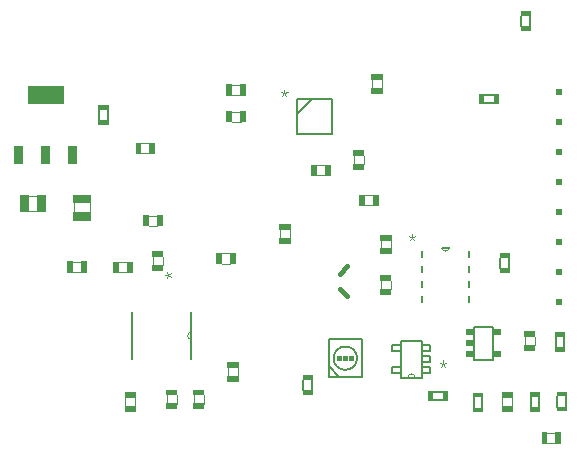
<source format=gbr>
G04 #@! TF.FileFunction,Drawing*
%FSLAX46Y46*%
G04 Gerber Fmt 4.6, Leading zero omitted, Abs format (unit mm)*
G04 Created by KiCad (PCBNEW 4.0.0-rc2-stable) date 5/23/2016 2:13:21 PM*
%MOMM*%
G01*
G04 APERTURE LIST*
%ADD10C,0.100000*%
%ADD11C,0.152400*%
%ADD12C,0.101600*%
%ADD13C,0.406400*%
%ADD14C,0.127000*%
%ADD15C,0.203200*%
%ADD16C,0.076200*%
G04 APERTURE END LIST*
D10*
D11*
X148482500Y-90915000D02*
X149752500Y-89645000D01*
X150641500Y-89645000D02*
X150336700Y-89645000D01*
X150133500Y-89645000D02*
X149828700Y-89645000D01*
X149625500Y-89645000D02*
X149320700Y-89645000D01*
X148482500Y-90000600D02*
X148482500Y-90305400D01*
X148482500Y-90483200D02*
X148482500Y-90788000D01*
X148482500Y-90991200D02*
X148482500Y-91296000D01*
X148482500Y-91499200D02*
X148482500Y-91804000D01*
X148482500Y-91981800D02*
X148482500Y-92286600D01*
X149320700Y-92642200D02*
X149625500Y-92642200D01*
X149828700Y-92642200D02*
X150133500Y-92642200D01*
X150336700Y-92642200D02*
X150641500Y-92642200D01*
X151479700Y-92286600D02*
X151479700Y-91981800D01*
X151479700Y-91804000D02*
X151479700Y-91499200D01*
X151479700Y-91296000D02*
X151479700Y-90991200D01*
X151479700Y-90788000D02*
X151479700Y-90483200D01*
X151479700Y-90305400D02*
X151479700Y-90000600D01*
X148482500Y-92642200D02*
X151479700Y-92642200D01*
X151479700Y-92642200D02*
X151479700Y-89645000D01*
X151479700Y-89645000D02*
X148482500Y-89645000D01*
X148482500Y-89645000D02*
X148482500Y-92642200D01*
D12*
X154839100Y-88739600D02*
X154839100Y-88027600D01*
X155690100Y-88739600D02*
X155690100Y-88027600D01*
D10*
G36*
X155741000Y-89221800D02*
X155741000Y-88721700D01*
X154791000Y-88721700D01*
X154791000Y-89221800D01*
X155741000Y-89221800D01*
G37*
G36*
X155741000Y-88053400D02*
X155741000Y-87553300D01*
X154791000Y-87553300D01*
X154791000Y-88053400D01*
X155741000Y-88053400D01*
G37*
D12*
X150847100Y-96145600D02*
X150135100Y-96145600D01*
X150847100Y-95294600D02*
X150135100Y-95294600D01*
D10*
G36*
X151329300Y-95243700D02*
X150829200Y-95243700D01*
X150829200Y-96193700D01*
X151329300Y-96193700D01*
X151329300Y-95243700D01*
G37*
G36*
X150160900Y-95243700D02*
X149660800Y-95243700D01*
X149660800Y-96193700D01*
X150160900Y-96193700D01*
X150160900Y-95243700D01*
G37*
D12*
X142995100Y-90741600D02*
X143707100Y-90741600D01*
X142995100Y-91592600D02*
X143707100Y-91592600D01*
D10*
G36*
X142512900Y-91643500D02*
X143013000Y-91643500D01*
X143013000Y-90693500D01*
X142512900Y-90693500D01*
X142512900Y-91643500D01*
G37*
G36*
X143681300Y-91643500D02*
X144181400Y-91643500D01*
X144181400Y-90693500D01*
X143681300Y-90693500D01*
X143681300Y-91643500D01*
G37*
D12*
X142995100Y-88501600D02*
X143707100Y-88501600D01*
X142995100Y-89352600D02*
X143707100Y-89352600D01*
D10*
G36*
X142512900Y-89403500D02*
X143013000Y-89403500D01*
X143013000Y-88453500D01*
X142512900Y-88453500D01*
X142512900Y-89403500D01*
G37*
G36*
X143681300Y-89403500D02*
X144181400Y-89403500D01*
X144181400Y-88453500D01*
X143681300Y-88453500D01*
X143681300Y-89403500D01*
G37*
D12*
X153279100Y-95199600D02*
X153279100Y-94487600D01*
X154130100Y-95199600D02*
X154130100Y-94487600D01*
D10*
G36*
X154181000Y-95681800D02*
X154181000Y-95181700D01*
X153231000Y-95181700D01*
X153231000Y-95681800D01*
X154181000Y-95681800D01*
G37*
G36*
X154181000Y-94513400D02*
X154181000Y-94013300D01*
X153231000Y-94013300D01*
X153231000Y-94513400D01*
X154181000Y-94513400D01*
G37*
D12*
X135925100Y-99571600D02*
X136637100Y-99571600D01*
X135925100Y-100422600D02*
X136637100Y-100422600D01*
D10*
G36*
X135442900Y-100473500D02*
X135943000Y-100473500D01*
X135943000Y-99523500D01*
X135442900Y-99523500D01*
X135442900Y-100473500D01*
G37*
G36*
X136611300Y-100473500D02*
X137111400Y-100473500D01*
X137111400Y-99523500D01*
X136611300Y-99523500D01*
X136611300Y-100473500D01*
G37*
D12*
X147039100Y-101459600D02*
X147039100Y-100747600D01*
X147890100Y-101459600D02*
X147890100Y-100747600D01*
D10*
G36*
X147941000Y-101941800D02*
X147941000Y-101441700D01*
X146991000Y-101441700D01*
X146991000Y-101941800D01*
X147941000Y-101941800D01*
G37*
G36*
X147941000Y-100773400D02*
X147941000Y-100273300D01*
X146991000Y-100273300D01*
X146991000Y-100773400D01*
X147941000Y-100773400D01*
G37*
D12*
X142115100Y-102761600D02*
X142827100Y-102761600D01*
X142115100Y-103612600D02*
X142827100Y-103612600D01*
D10*
G36*
X141632900Y-103663500D02*
X142133000Y-103663500D01*
X142133000Y-102713500D01*
X141632900Y-102713500D01*
X141632900Y-103663500D01*
G37*
G36*
X142801300Y-103663500D02*
X143301400Y-103663500D01*
X143301400Y-102713500D01*
X142801300Y-102713500D01*
X142801300Y-103663500D01*
G37*
D11*
X159064500Y-103092600D02*
X159064500Y-102584600D01*
X159064500Y-104362600D02*
X159064500Y-103854600D01*
X159064500Y-105632600D02*
X159064500Y-105124600D01*
X159064500Y-106902600D02*
X159064500Y-106394600D01*
X163077700Y-106394600D02*
X163077700Y-106902600D01*
X163077700Y-105124600D02*
X163077700Y-105632600D01*
X163077700Y-103854600D02*
X163077700Y-104362600D01*
X163077700Y-102584600D02*
X163077700Y-103092600D01*
X161375900Y-102254400D02*
X160766300Y-102254400D01*
D10*
X160766300Y-102254400D02*
G75*
G03X161375900Y-102254400I304800J0D01*
G01*
D11*
X166427100Y-103995600D02*
X166427100Y-103131600D01*
X165715100Y-103131600D02*
X165715100Y-103995600D01*
D10*
G36*
X166502900Y-103131800D02*
X166502900Y-102725400D01*
X165639300Y-102725400D01*
X165639300Y-103131800D01*
X166502900Y-103131800D01*
G37*
G36*
X166502900Y-104401800D02*
X166502900Y-103995400D01*
X165639300Y-103995400D01*
X165639300Y-104401800D01*
X166502900Y-104401800D01*
G37*
D13*
X152126100Y-104468600D02*
X152761100Y-103833600D01*
X152126100Y-105738600D02*
X152761100Y-106373600D01*
D12*
X156443100Y-101647600D02*
X156443100Y-102359600D01*
X155592100Y-101647600D02*
X155592100Y-102359600D01*
D10*
G36*
X155541200Y-101165400D02*
X155541200Y-101665500D01*
X156491200Y-101665500D01*
X156491200Y-101165400D01*
X155541200Y-101165400D01*
G37*
G36*
X155541200Y-102333800D02*
X155541200Y-102833900D01*
X156491200Y-102833900D01*
X156491200Y-102333800D01*
X155541200Y-102333800D01*
G37*
D12*
X155579100Y-105809600D02*
X155579100Y-105097600D01*
X156430100Y-105809600D02*
X156430100Y-105097600D01*
D10*
G36*
X156481000Y-106291800D02*
X156481000Y-105791700D01*
X155531000Y-105791700D01*
X155531000Y-106291800D01*
X156481000Y-106291800D01*
G37*
G36*
X156481000Y-105123400D02*
X156481000Y-104623300D01*
X155531000Y-104623300D01*
X155531000Y-105123400D01*
X156481000Y-105123400D01*
G37*
D12*
X154205100Y-97821600D02*
X154917100Y-97821600D01*
X154205100Y-98672600D02*
X154917100Y-98672600D01*
D10*
G36*
X153722900Y-98723500D02*
X154223000Y-98723500D01*
X154223000Y-97773500D01*
X153722900Y-97773500D01*
X153722900Y-98723500D01*
G37*
G36*
X154891300Y-98723500D02*
X155391400Y-98723500D01*
X155391400Y-97773500D01*
X154891300Y-97773500D01*
X154891300Y-98723500D01*
G37*
G36*
X125707100Y-90145600D02*
X128755100Y-90145600D01*
X128755100Y-88621600D01*
X125707100Y-88621600D01*
X125707100Y-90145600D01*
G37*
G36*
X124564100Y-95225600D02*
X125326100Y-95225600D01*
X125326100Y-93701600D01*
X124564100Y-93701600D01*
X124564100Y-95225600D01*
G37*
G36*
X129136100Y-95225600D02*
X129898100Y-95225600D01*
X129898100Y-93701600D01*
X129136100Y-93701600D01*
X129136100Y-95225600D01*
G37*
G36*
X126850100Y-95225600D02*
X127612100Y-95225600D01*
X127612100Y-93701600D01*
X126850100Y-93701600D01*
X126850100Y-95225600D01*
G37*
D12*
X130941100Y-98482600D02*
X130941100Y-99244600D01*
X129621100Y-98507600D02*
X129621100Y-99244600D01*
D10*
G36*
X129557200Y-97771400D02*
X129557200Y-98521500D01*
X131007300Y-98521500D01*
X131007300Y-97771400D01*
X129557200Y-97771400D01*
G37*
G36*
X129557200Y-99219200D02*
X129557200Y-99969300D01*
X131007300Y-99969300D01*
X131007300Y-99219200D01*
X129557200Y-99219200D01*
G37*
D12*
X126502100Y-99183600D02*
X125740100Y-99183600D01*
X126477100Y-97863600D02*
X125740100Y-97863600D01*
D10*
G36*
X127213300Y-97799700D02*
X126463200Y-97799700D01*
X126463200Y-99249800D01*
X127213300Y-99249800D01*
X127213300Y-97799700D01*
G37*
G36*
X125765500Y-97799700D02*
X125015400Y-97799700D01*
X125015400Y-99249800D01*
X125765500Y-99249800D01*
X125765500Y-97799700D01*
G37*
D12*
X136007100Y-94285600D02*
X135295100Y-94285600D01*
X136007100Y-93434600D02*
X135295100Y-93434600D01*
D10*
G36*
X136489300Y-93383700D02*
X135989200Y-93383700D01*
X135989200Y-94333700D01*
X136489300Y-94333700D01*
X136489300Y-93383700D01*
G37*
G36*
X135320900Y-93383700D02*
X134820800Y-93383700D01*
X134820800Y-94333700D01*
X135320900Y-94333700D01*
X135320900Y-93383700D01*
G37*
D11*
X131755100Y-90621600D02*
X131755100Y-91485600D01*
X132467100Y-91485600D02*
X132467100Y-90621600D01*
D10*
G36*
X131679300Y-91485400D02*
X131679300Y-91891800D01*
X132542900Y-91891800D01*
X132542900Y-91485400D01*
X131679300Y-91485400D01*
G37*
G36*
X131679300Y-90215400D02*
X131679300Y-90621800D01*
X132542900Y-90621800D01*
X132542900Y-90215400D01*
X131679300Y-90215400D01*
G37*
D12*
X142649100Y-113159600D02*
X142649100Y-112447600D01*
X143500100Y-113159600D02*
X143500100Y-112447600D01*
D10*
G36*
X143551000Y-113641800D02*
X143551000Y-113141700D01*
X142601000Y-113141700D01*
X142601000Y-113641800D01*
X143551000Y-113641800D01*
G37*
G36*
X143551000Y-112473400D02*
X143551000Y-111973300D01*
X142601000Y-111973300D01*
X142601000Y-112473400D01*
X143551000Y-112473400D01*
G37*
D12*
X136269100Y-103739600D02*
X136269100Y-103027600D01*
X137120100Y-103739600D02*
X137120100Y-103027600D01*
D10*
G36*
X137171000Y-104221800D02*
X137171000Y-103721700D01*
X136221000Y-103721700D01*
X136221000Y-104221800D01*
X137171000Y-104221800D01*
G37*
G36*
X137171000Y-103053400D02*
X137171000Y-102553300D01*
X136221000Y-102553300D01*
X136221000Y-103053400D01*
X137171000Y-103053400D01*
G37*
D11*
X149035100Y-113431600D02*
X149035100Y-114295600D01*
X149747100Y-114295600D02*
X149747100Y-113431600D01*
D10*
G36*
X148959300Y-114295400D02*
X148959300Y-114701800D01*
X149822900Y-114701800D01*
X149822900Y-114295400D01*
X148959300Y-114295400D01*
G37*
G36*
X148959300Y-113025400D02*
X148959300Y-113431800D01*
X149822900Y-113431800D01*
X149822900Y-113025400D01*
X148959300Y-113025400D01*
G37*
D11*
X163491100Y-111753600D02*
X163491100Y-108953600D01*
X165091100Y-108953600D02*
X165091100Y-111753600D01*
X165091100Y-111753600D02*
X163491100Y-111753600D01*
X165091100Y-108953600D02*
X163491100Y-108953600D01*
D10*
G36*
X162791100Y-109153600D02*
X162791100Y-109653600D01*
X163441100Y-109653600D01*
X163441100Y-109153600D01*
X162791100Y-109153600D01*
G37*
G36*
X162791100Y-110103600D02*
X162791100Y-110603600D01*
X163441100Y-110603600D01*
X163441100Y-110103600D01*
X162791100Y-110103600D01*
G37*
G36*
X162791100Y-111053600D02*
X162791100Y-111553600D01*
X163441100Y-111553600D01*
X163441100Y-111053600D01*
X162791100Y-111053600D01*
G37*
G36*
X165141100Y-111053600D02*
X165141100Y-111553600D01*
X165791100Y-111553600D01*
X165791100Y-111053600D01*
X165141100Y-111053600D01*
G37*
G36*
X165141100Y-109153600D02*
X165141100Y-109653600D01*
X165791100Y-109653600D01*
X165791100Y-109153600D01*
X165141100Y-109153600D01*
G37*
D11*
X160833100Y-114447600D02*
X159969100Y-114447600D01*
X159969100Y-115159600D02*
X160833100Y-115159600D01*
D10*
G36*
X159969300Y-114371800D02*
X159562900Y-114371800D01*
X159562900Y-115235400D01*
X159969300Y-115235400D01*
X159969300Y-114371800D01*
G37*
G36*
X161239300Y-114371800D02*
X160832900Y-114371800D01*
X160832900Y-115235400D01*
X161239300Y-115235400D01*
X161239300Y-114371800D01*
G37*
D11*
X164187100Y-115805600D02*
X164187100Y-114941600D01*
X163475100Y-114941600D02*
X163475100Y-115805600D01*
D10*
G36*
X164262900Y-114941800D02*
X164262900Y-114535400D01*
X163399300Y-114535400D01*
X163399300Y-114941800D01*
X164262900Y-114941800D01*
G37*
G36*
X164262900Y-116211800D02*
X164262900Y-115805400D01*
X163399300Y-115805400D01*
X163399300Y-116211800D01*
X164262900Y-116211800D01*
G37*
D11*
X168305100Y-114891600D02*
X168305100Y-115755600D01*
X169017100Y-115755600D02*
X169017100Y-114891600D01*
D10*
G36*
X168229300Y-115755400D02*
X168229300Y-116161800D01*
X169092900Y-116161800D01*
X169092900Y-115755400D01*
X168229300Y-115755400D01*
G37*
G36*
X168229300Y-114485400D02*
X168229300Y-114891800D01*
X169092900Y-114891800D01*
X169092900Y-114485400D01*
X168229300Y-114485400D01*
G37*
D11*
X170415100Y-109831600D02*
X170415100Y-110695600D01*
X171127100Y-110695600D02*
X171127100Y-109831600D01*
D10*
G36*
X170339300Y-110695400D02*
X170339300Y-111101800D01*
X171202900Y-111101800D01*
X171202900Y-110695400D01*
X170339300Y-110695400D01*
G37*
G36*
X170339300Y-109425400D02*
X170339300Y-109831800D01*
X171202900Y-109831800D01*
X171202900Y-109425400D01*
X170339300Y-109425400D01*
G37*
D12*
X167759100Y-110519600D02*
X167759100Y-109807600D01*
X168610100Y-110519600D02*
X168610100Y-109807600D01*
D10*
G36*
X168661000Y-111001800D02*
X168661000Y-110501700D01*
X167711000Y-110501700D01*
X167711000Y-111001800D01*
X168661000Y-111001800D01*
G37*
G36*
X168661000Y-109833400D02*
X168661000Y-109333300D01*
X167711000Y-109333300D01*
X167711000Y-109833400D01*
X168661000Y-109833400D01*
G37*
D12*
X170377100Y-118805600D02*
X169665100Y-118805600D01*
X170377100Y-117954600D02*
X169665100Y-117954600D01*
D10*
G36*
X170859300Y-117903700D02*
X170359200Y-117903700D01*
X170359200Y-118853700D01*
X170859300Y-118853700D01*
X170859300Y-117903700D01*
G37*
G36*
X169690900Y-117903700D02*
X169190800Y-117903700D01*
X169190800Y-118853700D01*
X169690900Y-118853700D01*
X169690900Y-117903700D01*
G37*
D12*
X166723100Y-115007600D02*
X166723100Y-115719600D01*
X165872100Y-115007600D02*
X165872100Y-115719600D01*
D10*
G36*
X165821200Y-114525400D02*
X165821200Y-115025500D01*
X166771200Y-115025500D01*
X166771200Y-114525400D01*
X165821200Y-114525400D01*
G37*
G36*
X165821200Y-115693800D02*
X165821200Y-116193900D01*
X166771200Y-116193900D01*
X166771200Y-115693800D01*
X165821200Y-115693800D01*
G37*
D11*
X164279100Y-90029600D02*
X165143100Y-90029600D01*
X165143100Y-89317600D02*
X164279100Y-89317600D01*
D10*
G36*
X165142900Y-90105400D02*
X165549300Y-90105400D01*
X165549300Y-89241800D01*
X165142900Y-89241800D01*
X165142900Y-90105400D01*
G37*
G36*
X163872900Y-90105400D02*
X164279300Y-90105400D01*
X164279300Y-89241800D01*
X163872900Y-89241800D01*
X163872900Y-90105400D01*
G37*
D11*
X168207100Y-83495600D02*
X168207100Y-82631600D01*
X167495100Y-82631600D02*
X167495100Y-83495600D01*
D10*
G36*
X168282900Y-82631800D02*
X168282900Y-82225400D01*
X167419300Y-82225400D01*
X167419300Y-82631800D01*
X168282900Y-82631800D01*
G37*
G36*
X168282900Y-83901800D02*
X168282900Y-83495400D01*
X167419300Y-83495400D01*
X167419300Y-83901800D01*
X168282900Y-83901800D01*
G37*
D12*
X137459100Y-115469600D02*
X137459100Y-114757600D01*
X138310100Y-115469600D02*
X138310100Y-114757600D01*
D10*
G36*
X138361000Y-115951800D02*
X138361000Y-115451700D01*
X137411000Y-115451700D01*
X137411000Y-115951800D01*
X138361000Y-115951800D01*
G37*
G36*
X138361000Y-114783400D02*
X138361000Y-114283300D01*
X137411000Y-114283300D01*
X137411000Y-114783400D01*
X138361000Y-114783400D01*
G37*
D12*
X129535100Y-103471600D02*
X130247100Y-103471600D01*
X129535100Y-104322600D02*
X130247100Y-104322600D01*
D10*
G36*
X129052900Y-104373500D02*
X129553000Y-104373500D01*
X129553000Y-103423500D01*
X129052900Y-103423500D01*
X129052900Y-104373500D01*
G37*
G36*
X130221300Y-104373500D02*
X130721400Y-104373500D01*
X130721400Y-103423500D01*
X130221300Y-103423500D01*
X130221300Y-104373500D01*
G37*
D12*
X139739100Y-115469600D02*
X139739100Y-114757600D01*
X140590100Y-115469600D02*
X140590100Y-114757600D01*
D10*
G36*
X140641000Y-115951800D02*
X140641000Y-115451700D01*
X139691000Y-115451700D01*
X139691000Y-115951800D01*
X140641000Y-115951800D01*
G37*
G36*
X140641000Y-114783400D02*
X140641000Y-114283300D01*
X139691000Y-114283300D01*
X139691000Y-114783400D01*
X140641000Y-114783400D01*
G37*
D12*
X133415100Y-103491600D02*
X134127100Y-103491600D01*
X133415100Y-104342600D02*
X134127100Y-104342600D01*
D10*
G36*
X132932900Y-104393500D02*
X133433000Y-104393500D01*
X133433000Y-103443500D01*
X132932900Y-103443500D01*
X132932900Y-104393500D01*
G37*
G36*
X134101300Y-104393500D02*
X134601400Y-104393500D01*
X134601400Y-103443500D01*
X134101300Y-103443500D01*
X134101300Y-104393500D01*
G37*
D12*
X134803100Y-114957600D02*
X134803100Y-115669600D01*
X133952100Y-114957600D02*
X133952100Y-115669600D01*
D10*
G36*
X133901200Y-114475400D02*
X133901200Y-114975500D01*
X134851200Y-114975500D01*
X134851200Y-114475400D01*
X133901200Y-114475400D01*
G37*
G36*
X133901200Y-115643800D02*
X133901200Y-116143900D01*
X134851200Y-116143900D01*
X134851200Y-115643800D01*
X133901200Y-115643800D01*
G37*
D11*
X134541900Y-107732400D02*
X134541900Y-111694800D01*
X139520300Y-111694800D02*
X139520300Y-109408800D01*
X139520300Y-109408800D02*
X139520300Y-107732400D01*
D10*
X139520300Y-109408800D02*
G75*
G03X139545700Y-110018400I12700J-304800D01*
G01*
G36*
X170965100Y-91857600D02*
X170965100Y-91349600D01*
X170457100Y-91349600D01*
X170457100Y-91857600D01*
X170965100Y-91857600D01*
G37*
G36*
X170965100Y-94397600D02*
X170965100Y-93889600D01*
X170457100Y-93889600D01*
X170457100Y-94397600D01*
X170965100Y-94397600D01*
G37*
G36*
X170965100Y-96937600D02*
X170965100Y-96429600D01*
X170457100Y-96429600D01*
X170457100Y-96937600D01*
X170965100Y-96937600D01*
G37*
G36*
X170965100Y-99477600D02*
X170965100Y-98969600D01*
X170457100Y-98969600D01*
X170457100Y-99477600D01*
X170965100Y-99477600D01*
G37*
G36*
X170965100Y-102017600D02*
X170965100Y-101509600D01*
X170457100Y-101509600D01*
X170457100Y-102017600D01*
X170965100Y-102017600D01*
G37*
G36*
X170965100Y-104557600D02*
X170965100Y-104049600D01*
X170457100Y-104049600D01*
X170457100Y-104557600D01*
X170965100Y-104557600D01*
G37*
G36*
X170965100Y-107097600D02*
X170965100Y-106589600D01*
X170457100Y-106589600D01*
X170457100Y-107097600D01*
X170965100Y-107097600D01*
G37*
G36*
X170965100Y-89317600D02*
X170965100Y-88809600D01*
X170457100Y-88809600D01*
X170457100Y-89317600D01*
X170965100Y-89317600D01*
G37*
D14*
X151181100Y-113223600D02*
X151181100Y-112323600D01*
X151181100Y-112323600D02*
X151181100Y-110023600D01*
D15*
X151181100Y-110023600D02*
X153981100Y-110023600D01*
D14*
X153981100Y-110023600D02*
X153981100Y-113223600D01*
D15*
X153981100Y-113223600D02*
X152081100Y-113223600D01*
X152081100Y-113223600D02*
X151181100Y-113223600D01*
X152081100Y-113223600D02*
X151181100Y-112323600D01*
X153571000Y-111623600D02*
G75*
G03X153571000Y-111623600I-989900J0D01*
G01*
D10*
G36*
X153281100Y-111823600D02*
X153281100Y-111423600D01*
X152881100Y-111423600D01*
X152881100Y-111823600D01*
X153281100Y-111823600D01*
G37*
G36*
X152781100Y-111823600D02*
X152781100Y-111423600D01*
X152381100Y-111423600D01*
X152381100Y-111823600D01*
X152781100Y-111823600D01*
G37*
G36*
X152281100Y-111823600D02*
X152281100Y-111423600D01*
X151881100Y-111423600D01*
X151881100Y-111823600D01*
X152281100Y-111823600D01*
G37*
D11*
X171247100Y-115725600D02*
X171247100Y-114861600D01*
X170535100Y-114861600D02*
X170535100Y-115725600D01*
D10*
G36*
X171322900Y-114861800D02*
X171322900Y-114455400D01*
X170459300Y-114455400D01*
X170459300Y-114861800D01*
X171322900Y-114861800D01*
G37*
G36*
X171322900Y-116131800D02*
X171322900Y-115725400D01*
X170459300Y-115725400D01*
X170459300Y-116131800D01*
X171322900Y-116131800D01*
G37*
D11*
X159060100Y-110164200D02*
X157282100Y-110164200D01*
X157282100Y-110164200D02*
X157282100Y-110519800D01*
X157282100Y-110519800D02*
X157282100Y-111027800D01*
X157282100Y-111027800D02*
X157282100Y-112399400D01*
X157282100Y-113263000D02*
X157866300Y-113263000D01*
X157866300Y-113263000D02*
X158475900Y-113263000D01*
X158475900Y-113263000D02*
X159060100Y-113263000D01*
X159060100Y-113263000D02*
X159060100Y-112907400D01*
X159060100Y-112907400D02*
X159060100Y-112399400D01*
X159060100Y-112399400D02*
X159060100Y-111967600D01*
X159060100Y-111967600D02*
X159060100Y-111459600D01*
X159060100Y-111459600D02*
X159060100Y-111027800D01*
X159060100Y-112907400D02*
X159771300Y-112907400D01*
X159771300Y-112907400D02*
X159771300Y-112399400D01*
X159771300Y-112399400D02*
X159060100Y-112399400D01*
X159060100Y-111967600D02*
X159771300Y-111967600D01*
X159771300Y-111967600D02*
X159771300Y-111459600D01*
X159771300Y-111459600D02*
X159060100Y-111459600D01*
X159060100Y-110164200D02*
X159060100Y-110519800D01*
X159060100Y-110519800D02*
X159060100Y-111027800D01*
X159060100Y-111027800D02*
X159771300Y-111027800D01*
X159771300Y-111027800D02*
X159771300Y-110519800D01*
X159771300Y-110519800D02*
X159060100Y-110519800D01*
X157282100Y-110519800D02*
X156570900Y-110519800D01*
X156570900Y-110519800D02*
X156570900Y-111027800D01*
X156570900Y-111027800D02*
X157282100Y-111027800D01*
X157282100Y-113263000D02*
X157282100Y-112907400D01*
X157282100Y-112907400D02*
X157282100Y-112399400D01*
X157282100Y-112399400D02*
X156570900Y-112399400D01*
X156570900Y-112399400D02*
X156570900Y-112907400D01*
X156570900Y-112907400D02*
X157282100Y-112907400D01*
D10*
X158475900Y-113263000D02*
G75*
G03X157866300Y-113263000I-304800J0D01*
G01*
D16*
X147418119Y-88889048D02*
X147418119Y-89176310D01*
X147130857Y-89061405D02*
X147418119Y-89176310D01*
X147705381Y-89061405D01*
X147245762Y-89406119D02*
X147418119Y-89176310D01*
X147590476Y-89406119D01*
X158228719Y-101142848D02*
X158228719Y-101430110D01*
X157941457Y-101315205D02*
X158228719Y-101430110D01*
X158515981Y-101315205D01*
X158056362Y-101659919D02*
X158228719Y-101430110D01*
X158401076Y-101659919D01*
X137316548Y-104580381D02*
X137603810Y-104580381D01*
X137488905Y-104867643D02*
X137603810Y-104580381D01*
X137488905Y-104293119D01*
X137833619Y-104752738D02*
X137603810Y-104580381D01*
X137833619Y-104408024D01*
X160840519Y-111821248D02*
X160840519Y-112108510D01*
X160553257Y-111993605D02*
X160840519Y-112108510D01*
X161127781Y-111993605D01*
X160668162Y-112338319D02*
X160840519Y-112108510D01*
X161012876Y-112338319D01*
M02*

</source>
